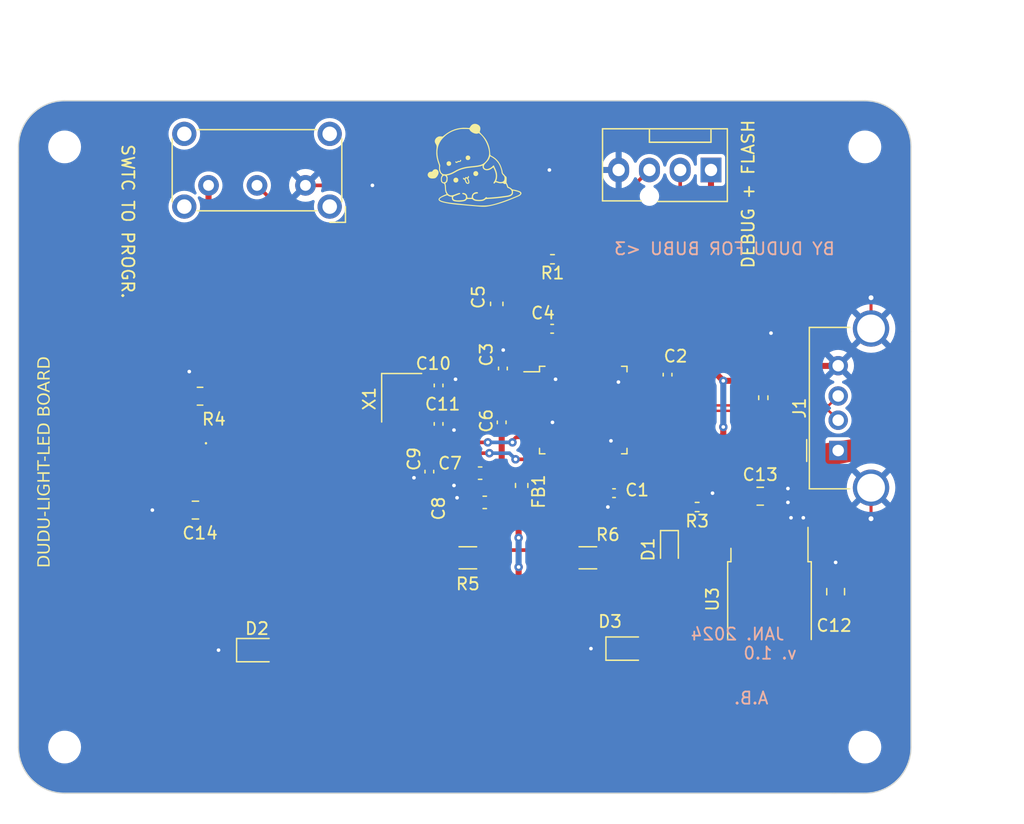
<source format=kicad_pcb>
(kicad_pcb (version 20221018) (generator pcbnew)
  (layers (0 "F.Cu" signal) (31 "B.Cu" power) (34 "B.Paste" user) (35 "F.Paste" user) (36 "B.SilkS" user "B.Silkscreen") (37 "F.SilkS" user "F.Silkscreen") (38 "B.Mask" user) (39 "F.Mask" user) (44 "Edge.Cuts" user))
  (net 0 "")
  (net 1 "/HSE_IN")
  (net 2 "/HSE_OUT")
  (net 3 "+3.3V")
  (net 4 "+3.3VA")
  (net 5 "/NRST")
  (net 6 "/PWR_LED_KATH")
  (net 7 "VBUS")
  (net 8 "/USB-")
  (net 9 "/USB+")
  (net 10 "GND")
  (net 11 "/SENS_AN_SIGNAL")
  (net 12 "/SWDIO")
  (net 13 "/SWCLK")
  (net 15 "/SW_BOOT0")
  (net 16 "/BOOT0")
  (net 44 "/LED1 ANODE")
  (net 45 "/LED2 ANODE")
  (net 46 "/DGT OUT LED1")
  (net 47 "/DGT OUT LED2")
  (footprint "Capacitor_SMD:C_0402_1005Metric" (layer "F.Cu") (at 108.839 85.725 180)
    (fp_text reference "C1" (at -1.905 0.254) (layer "F.SilkS"))
    (fp_text value "100n")
    (pad "1" smd roundrect (at -0.48 0 180) (size 0.56 0.62) (layers "F.Cu" "F.Paste" "F.Mask") (net 3 "+3.3V"))
    (pad "2" smd roundrect (at 0.48 0 180) (size 0.56 0.62) (layers "F.Cu" "F.Paste" "F.Mask") (net 10 "GND"))
  )
  (footprint "Connector_USB:USB_A_Molex_67643_Horizontal" (layer "F.Cu") (at 127.338 82.206 90)
    (fp_text reference "J1" (at 3.5 -3.19 90) (layer "F.SilkS"))
    (fp_text value "USB_A")
    (pad "1" thru_hole rect (at 0 0 90) (size 1.6 1.5) (drill 0.95) (layers "*.Cu" "*.Mask") (net 7 "VBUS"))
    (pad "2" thru_hole circle (at 2.5 0 90) (size 1.6 1.6) (drill 0.95) (layers "*.Cu" "*.Mask") (net 8 "/USB-"))
    (pad "3" thru_hole circle (at 4.5 0 90) (size 1.6 1.6) (drill 0.95) (layers "*.Cu" "*.Mask") (net 9 "/USB+"))
    (pad "4" thru_hole circle (at 7 0 90) (size 1.6 1.6) (drill 0.95) (layers "*.Cu" "*.Mask") (net 10 "GND"))
    (pad "5" thru_hole circle (at -3.07 2.71 90) (size 3 3) (drill 2.3) (layers "*.Cu" "*.Mask") (net 10 "GND"))
    (pad "5" thru_hole circle (at 10.07 2.71 90) (size 3 3) (drill 2.3) (layers "*.Cu" "*.Mask") (net 10 "GND"))
  )
  (footprint "Capacitor_SMD:C_0805_2012Metric" (layer "F.Cu") (at 120.904 85.979)
    (fp_text reference "C13" (at 0 -1.778) (layer "F.SilkS"))
    (fp_text value "22u")
    (pad "1" smd roundrect (at -0.95 0) (size 1 1.45) (layers "F.Cu" "F.Paste" "F.Mask") (net 7 "VBUS"))
    (pad "2" smd roundrect (at 0.95 0) (size 1 1.45) (layers "F.Cu" "F.Paste" "F.Mask") (net 10 "GND"))
  )
  (footprint "Capacitor_SMD:C_0603_1608Metric" (layer "F.Cu") (at 98.171 86.487 180)
    (fp_text reference "C8" (at 3.81 -0.508 90) (layer "F.SilkS"))
    (fp_text value "1u")
    (pad "1" smd roundrect (at -0.775 0 180) (size 0.9 0.95) (layers "F.Cu" "F.Paste" "F.Mask") (net 3 "+3.3V"))
    (pad "2" smd roundrect (at 0.775 0 180) (size 0.9 0.95) (layers "F.Cu" "F.Paste" "F.Mask") (net 10 "GND"))
  )
  (footprint "Button_Switch_THT:SW_E-Switch_EG1224_SPDT_Angled" (layer "F.Cu") (at 83.375 60.325 180)
    (fp_text reference "SW1" hide)
    (fp_text value "SW_SPDT")
    (pad "" thru_hole circle (at -2 -1.75 180) (size 2 2) (drill 1.2) (layers "*.Cu" "*.Mask"))
    (pad "" thru_hole circle (at -2 4.25 180) (size 2 2) (drill 1.2) (layers "*.Cu" "*.Mask"))
    (pad "" thru_hole circle (at 10 -1.75 180) (size 2 2) (drill 1.2) (layers "*.Cu" "*.Mask"))
    (pad "" thru_hole circle (at 10 4.25 180) (size 2 2) (drill 1.2) (layers "*.Cu" "*.Mask"))
    (pad "1" thru_hole circle (at 0 0 180) (size 1.7 1.7) (drill 0.9) (layers "*.Cu" "*.Mask") (net 10 "GND"))
    (pad "2" thru_hole circle (at 4 0 180) (size 1.7 1.7) (drill 0.9) (layers "*.Cu" "*.Mask") (net 15 "/SW_BOOT0"))
    (pad "3" thru_hole circle (at 8 0 180) (size 1.7 1.7) (drill 0.9) (layers "*.Cu" "*.Mask") (net 3 "+3.3V"))
  )
  (footprint "LOGO" (layer "F.Cu") (at 97.3328 58.674)
    (fp_text reference "G***" hide)
    (fp_text value "LOGO" hide)
  )
  (footprint "Resistor_SMD:R_1206_3216Metric" (layer "F.Cu") (at 106.68 91.059)
    (fp_text reference "R6" (at 1.651 -1.905) (layer "F.SilkS"))
    (fp_text value "100R")
    (pad "1" smd roundrect (at -1.4625 0) (size 1.125 1.75) (layers "F.Cu" "F.Paste" "F.Mask") (roundrect_rratio 0.2222222222) (net 47 "/DGT OUT LED2"))
    (pad "2" smd roundrect (at 1.4625 0) (size 1.125 1.75) (layers "F.Cu" "F.Paste" "F.Mask") (roundrect_rratio 0.2222222222) (net 45 "/LED2 ANODE"))
  )
  (footprint "Capacitor_SMD:C_0402_1005Metric" (layer "F.Cu") (at 99.568 79.883 90)
    (fp_text reference "C6" (at 0.127 -1.27 90) (layer "F.SilkS"))
    (fp_text value "10n")
    (pad "1" smd roundrect (at -0.48 0 90) (size 0.56 0.62) (layers "F.Cu" "F.Paste" "F.Mask") (net 4 "+3.3VA"))
    (pad "2" smd roundrect (at 0.48 0 90) (size 0.56 0.62) (layers "F.Cu" "F.Paste" "F.Mask") (net 10 "GND"))
  )
  (footprint "Resistor_SMD:R_1206_3216Metric" (layer "F.Cu") (at 96.774 91.059 180)
    (fp_text reference "R5" (at 0 -2.159) (layer "F.SilkS"))
    (fp_text value "100R")
    (pad "1" smd roundrect (at -1.4625 0 180) (size 1.125 1.75) (layers "F.Cu" "F.Paste" "F.Mask") (roundrect_rratio 0.2222222222) (net 46 "/DGT OUT LED1"))
    (pad "2" smd roundrect (at 1.4625 0 180) (size 1.125 1.75) (layers "F.Cu" "F.Paste" "F.Mask") (roundrect_rratio 0.2222222222) (net 44 "/LED1 ANODE"))
  )
  (footprint "MountingHole:MountingHole_2.2mm_M2" (layer "F.Cu") (at 129.54 106.68)
    (fp_text reference "H3")
    (fp_text value "MountingHole")
    (pad "" np_thru_hole circle (at 0 0) (size 2.2 2.2) (drill 2.2) (layers "*.Cu" "*.Mask"))
  )
  (footprint "Capacitor_SMD:C_0402_1005Metric" (layer "F.Cu") (at 103.733 72.1614)
    (fp_text reference "C4" (at -0.762 -1.2954) (layer "F.SilkS"))
    (fp_text value "100n")
    (pad "1" smd roundrect (at -0.48 0) (size 0.56 0.62) (layers "F.Cu" "F.Paste" "F.Mask") (net 3 "+3.3V"))
    (pad "2" smd roundrect (at 0.48 0) (size 0.56 0.62) (layers "F.Cu" "F.Paste" "F.Mask") (net 10 "GND"))
  )
  (footprint "Capacitor_SMD:C_0402_1005Metric" (layer "F.Cu") (at 99.669 75.438 90)
    (fp_text reference "C3" (at 1.143 -1.371 90) (layer "F.SilkS"))
    (fp_text value "100n")
    (pad "1" smd roundrect (at -0.48 0 90) (size 0.56 0.62) (layers "F.Cu" "F.Paste" "F.Mask") (net 3 "+3.3V"))
    (pad "2" smd roundrect (at 0.48 0 90) (size 0.56 0.62) (layers "F.Cu" "F.Paste" "F.Mask") (net 10 "GND"))
  )
  (footprint "Package_TO_SOT_SMD:TO-252-3_TabPin2" (layer "F.Cu") (at 121.666 94.693 -90)
    (fp_text reference "U3" (at -0.214 4.699 -90) (layer "F.SilkS"))
    (fp_text value "AMS1117CD-3.3")
    (pad "1" smd roundrect (at -5.04 -2.28 270) (size 2.2 1.2) (layers "F.Cu" "F.Paste" "F.Mask") (roundrect_rratio 0.2083333333) (net 10 "GND"))
    (pad "2" smd roundrect (at -5.04 0 270) (size 2.2 1.2) (layers "F.Cu" "F.Paste" "F.Mask") (roundrect_rratio 0.2083333333) (net 3 "+3.3V"))
    (pad "2" smd roundrect (at -0.415 -1.525 270) (size 3.05 2.75) (layers "F.Cu" "F.Paste") (roundrect_rratio 0.09090909091) (net 3 "+3.3V"))
    (pad "2" smd roundrect (at -0.415 1.525 270) (size 3.05 2.75) (layers "F.Cu" "F.Paste") (roundrect_rratio 0.09090909091) (net 3 "+3.3V"))
    (pad "2" smd roundrect (at 1.26 0 270) (size 6.4 5.8) (layers "F.Cu" "F.Mask") (roundrect_rratio 0.04310293103) (net 3 "+3.3V"))
    (pad "2" smd roundrect (at 2.935 -1.525 270) (size 3.05 2.75) (layers "F.Cu" "F.Paste") (roundrect_rratio 0.09090909091) (net 3 "+3.3V"))
    (pad "2" smd roundrect (at 2.935 1.525 270) (size 3.05 2.75) (layers "F.Cu" "F.Paste") (roundrect_rratio 0.09090909091) (net 3 "+3.3V"))
    (pad "3" smd roundrect (at -5.04 2.28 270) (size 2.2 1.2) (layers "F.Cu" "F.Paste" "F.Mask") (roundrect_rratio 0.2083333333) (net 7 "VBUS"))
  )
  (footprint "Resistor_SMD:R_0805_2012Metric" (layer "F.Cu") (at 74.676 77.724 180)
    (fp_text reference "R4" (at -1.143 -1.905) (layer "F.SilkS"))
    (fp_text value "50k")
    (pad "1" smd roundrect (at -0.9125 0 180) (size 1.025 1.4) (layers "F.Cu" "F.Paste" "F.Mask") (roundrect_rratio 0.243902439) (net 11 "/SENS_AN_SIGNAL"))
    (pad "2" smd roundrect (at 0.9125 0 180) (size 1.025 1.4) (layers "F.Cu" "F.Paste" "F.Mask") (roundrect_rratio 0.243902439) (net 10 "GND"))
  )
  (footprint "LED_SMD:LED_0603_1608Metric" (layer "F.Cu") (at 113.411 90.297 -90)
    (fp_text reference "D1" (at 0.0762 1.7526 -90) (layer "F.SilkS"))
    (fp_text value "RED")
    (pad "1" smd roundrect (at -0.7875 0 270) (size 0.875 0.95) (layers "F.Cu" "F.Paste" "F.Mask") (net 6 "/PWR_LED_KATH"))
    (pad "2" smd roundrect (at 0.7875 0 270) (size 0.875 0.95) (layers "F.Cu" "F.Paste" "F.Mask") (net 3 "+3.3V"))
  )
  (footprint "Connector:FanPinHeader_1x04_P2.54mm_Vertical" (layer "F.Cu") (at 116.84 59.055 180)
    (fp_text reference "J2" hide)
    (fp_text value "Conn_01x04_Pin")
    (pad "" np_thru_hole circle (at 5.08 -2.16 270) (size 1.1 1.1) (drill 1.1) (layers "*.Cu" "*.Mask"))
    (pad "1" thru_hole rect (at 0 0 270) (size 2.03 1.73) (drill 1.02) (layers "*.Cu" "*.Mask") (net 3 "+3.3V"))
    (pad "2" thru_hole oval (at 2.54 0 270) (size 2.03 1.73) (drill 1.02) (layers "*.Cu" "*.Mask") (net 12 "/SWDIO"))
    (pad "3" thru_hole oval (at 5.08 0 270) (size 2.03 1.73) (drill 1.02) (layers "*.Cu" "*.Mask") (net 13 "/SWCLK"))
    (pad "4" thru_hole oval (at 7.62 0 270) (size 2.03 1.73) (drill 1.02) (layers "*.Cu" "*.Mask") (net 10 "GND"))
  )
  (footprint "MountingHole:MountingHole_2.2mm_M2" (layer "F.Cu") (at 63.5 57.15)
    (fp_text reference "H1")
    (fp_text value "MountingHole")
    (pad "" np_thru_hole circle (at 0 0) (size 2.2 2.2) (drill 2.2) (layers "*.Cu" "*.Mask"))
  )
  (footprint "Capacitor_SMD:C_0805_2012Metric" (layer "F.Cu") (at 127.127 93.853 90)
    (fp_text reference "C12" (at -2.794 -0.127) (layer "F.SilkS"))
    (fp_text value "22u")
    (pad "1" smd roundrect (at -0.95 0 90) (size 1 1.45) (layers "F.Cu" "F.Paste" "F.Mask") (net 3 "+3.3V"))
    (pad "2" smd roundrect (at 0.95 0 90) (size 1 1.45) (layers "F.Cu" "F.Paste" "F.Mask") (net 10 "GND"))
  )
  (footprint "Capacitor_SMD:C_0402_1005Metric" (layer "F.Cu") (at 94.361 80.01 -90)
    (fp_text reference "C11" (at -1.6256 -0.3302) (layer "F.SilkS"))
    (fp_text value "8p")
    (pad "1" smd roundrect (at -0.48 0 270) (size 0.56 0.62) (layers "F.Cu" "F.Paste" "F.Mask") (net 2 "/HSE_OUT"))
    (pad "2" smd roundrect (at 0.48 0 270) (size 0.56 0.62) (layers "F.Cu" "F.Paste" "F.Mask") (net 10 "GND"))
  )
  (footprint "MountingHole:MountingHole_2.2mm_M2" (layer "F.Cu") (at 129.54 57.15)
    (fp_text reference "H2")
    (fp_text value "MountingHole")
    (pad "" np_thru_hole circle (at 0 0) (size 2.2 2.2) (drill 2.2) (layers "*.Cu" "*.Mask"))
  )
  (footprint "Capacitor_SMD:C_0402_1005Metric" (layer "F.Cu") (at 94.361 76.835 90)
    (fp_text reference "C10" (at 1.8034 -0.4318 180) (layer "F.SilkS"))
    (fp_text value "8p")
    (pad "1" smd roundrect (at -0.48 0 90) (size 0.56 0.62) (layers "F.Cu" "F.Paste" "F.Mask") (net 1 "/HSE_IN"))
    (pad "2" smd roundrect (at 0.48 0 90) (size 0.56 0.62) (layers "F.Cu" "F.Paste" "F.Mask") (net 10 "GND"))
  )
  (footprint "LED_SMD:LED_0805_2012Metric" (layer "F.Cu") (at 79.375 98.679)
    (fp_text reference "D2" (at 0 -1.778) (layer "F.SilkS"))
    (fp_text value "LED")
    (pad "1" smd roundrect (at -0.9375 0) (size 0.975 1.4) (layers "F.Cu" "F.Paste" "F.Mask") (net 10 "GND"))
    (pad "2" smd roundrect (at 0.9375 0) (size 0.975 1.4) (layers "F.Cu" "F.Paste" "F.Mask") (net 44 "/LED1 ANODE"))
  )
  (footprint "Capacitor_SMD:C_0805_2012Metric" (layer "F.Cu") (at 74.295 87.122 180)
    (fp_text reference "C14" (at -0.381 -1.905) (layer "F.SilkS"))
    (fp_text value "22u")
    (pad "1" smd roundrect (at -0.95 0 180) (size 1 1.45) (layers "F.Cu" "F.Paste" "F.Mask") (net 11 "/SENS_AN_SIGNAL"))
    (pad "2" smd roundrect (at 0.95 0 180) (size 1 1.45) (layers "F.Cu" "F.Paste" "F.Mask") (net 10 "GND"))
  )
  (footprint "Capacitor_SMD:C_0402_1005Metric" (layer "F.Cu") (at 113.258 75.946 -90)
    (fp_text reference "C2" (at -1.524 -0.661 -180) (layer "F.SilkS"))
    (fp_text value "100n")
    (pad "1" smd roundrect (at -0.48 0 270) (size 0.56 0.62) (layers "F.Cu" "F.Paste" "F.Mask") (net 3 "+3.3V"))
    (pad "2" smd roundrect (at 0.48 0 270) (size 0.56 0.62) (layers "F.Cu" "F.Paste" "F.Mask") (net 10 "GND"))
  )
  (footprint "MountingHole:MountingHole_2.2mm_M2" (layer "F.Cu") (at 63.5 106.68)
    (fp_text reference "H4")
    (fp_text value "MountingHole")
    (pad "" np_thru_hole circle (at 0 0) (size 2.2 2.2) (drill 2.2) (layers "*.Cu" "*.Mask"))
  )
  (footprint "LED_SMD:LED_0805_2012Metric" (layer "F.Cu") (at 109.855 98.552)
    (fp_text reference "D3" (at -1.3462 -2.2352) (layer "F.SilkS"))
    (fp_text value "LED")
    (pad "1" smd roundrect (at -0.9375 0) (size 0.975 1.4) (layers "F.Cu" "F.Paste" "F.Mask") (net 10 "GND"))
    (pad "2" smd roundrect (at 0.9375 0) (size 0.975 1.4) (layers "F.Cu" "F.Paste" "F.Mask") (net 45 "/LED2 ANODE"))
  )
  (footprint "Resistor_SMD:R_0402_1005Metric" (layer "F.Cu") (at 115.699 86.868 180)
    (fp_text reference "R3" (at 0 -1.17) (layer "F.SilkS"))
    (fp_text value "1k5")
    (pad "1" smd roundrect (at -0.51 0 180) (size 0.54 0.64) (layers "F.Cu" "F.Paste" "F.Mask") (net 10 "GND"))
    (pad "2" smd roundrect (at 0.51 0 180) (size 0.54 0.64) (layers "F.Cu" "F.Paste" "F.Mask") (net 6 "/PWR_LED_KATH"))
  )
  (footprint "Resistor_SMD:R_0402_1005Metric" (layer "F.Cu") (at 121.158 77.849 -90)
    (fp_text reference "R2" hide)
    (fp_text value "1k5")
    (pad "1" smd roundrect (at -0.51 0 270) (size 0.54 0.64) (layers "F.Cu" "F.Paste" "F.Mask") (net 3 "+3.3V"))
    (pad "2" smd roundrect (at 0.51 0 270) (size 0.54 0.64) (layers "F.Cu" "F.Paste" "F.Mask") (net 9 "/USB+"))
  )
  (footprint "Resistor_SMD:R_0402_1005Metric" (layer "F.Cu") (at 103.759 66.421)
    (fp_text reference "R1" (at 0 1.143) (layer "F.SilkS"))
    (fp_text value "10k")
    (pad "1" smd roundrect (at -0.51 0) (size 0.54 0.64) (layers "F.Cu" "F.Paste" "F.Mask") (net 15 "/SW_BOOT0"))
    (pad "2" smd roundrect (at 0.51 0) (size 0.54 0.64) (layers "F.Cu" "F.Paste" "F.Mask") (net 16 "/BOOT0"))
  )
  (footprint "Crystal:Crystal_SMD_3225-4Pin_3.2x2.5mm" (layer "F.Cu") (at 91.313 77.851 -90)
    (fp_text reference "X1" (at 0.0762 2.667 -90) (layer "F.SilkS"))
    (fp_text value "16 MHz 8pF")
    (pad "1" smd rect (at -1.1 0.85 270) (size 1.4 1.2) (layers "F.Cu" "F.Paste" "F.Mask") (net 1 "/HSE_IN"))
    (pad "2" smd rect (at 1.1 0.85 270) (size 1.4 1.2) (layers "F.Cu" "F.Paste" "F.Mask") (net 10 "GND"))
    (pad "3" smd rect (at 1.1 -0.85 270) (size 1.4 1.2) (layers "F.Cu" "F.Paste" "F.Mask") (net 2 "/HSE_OUT"))
    (pad "4" smd rect (at -1.1 -0.85 270) (size 1.4 1.2) (layers "F.Cu" "F.Paste" "F.Mask") (net 10 "GND"))
  )
  (footprint "Capacitor_SMD:C_0603_1608Metric" (layer "F.Cu") (at 97.79 84.074 180)
    (fp_text reference "C7" (at 2.4892 0.8128 180) (layer "F.SilkS"))
    (fp_text value "1u")
    (pad "1" smd roundrect (at -0.775 0 180) (size 0.9 0.95) (layers "F.Cu" "F.Paste" "F.Mask") (net 4 "+3.3VA"))
    (pad "2" smd roundrect (at 0.775 0 180) (size 0.9 0.95) (layers "F.Cu" "F.Paste" "F.Mask") (net 10 "GND"))
  )
  (footprint "SamacSys_Parts:ALSPDIC1521BTR8" (layer "F.Cu") (at 73.914 83.058)
    (fp_text reference "IC1" hide)
    (fp_text value "ALS-PDIC15-21B_TR8" hide)
    (pad "1" smd rect (at 1.25 -0.55 90) (size 0.7 0.9) (layers "F.Cu" "F.Paste" "F.Mask") (net 3 "+3.3V"))
    (pad "2" smd rect (at 1.25 0.55 90) (size 0.7 0.9) (layers "F.Cu" "F.Paste" "F.Mask") (net 11 "/SENS_AN_SIGNAL"))
    (pad "3" smd rect (at -1.25 -0.55 90) (size 0.7 0.9) (layers "F.Cu" "F.Paste" "F.Mask") (net 10 "GND"))
    (pad "4" smd rect (at -1.25 0.55 90) (size 0.7 0.9) (layers "F.Cu" "F.Paste" "F.Mask") (net 10 "GND"))
  )
  (footprint "Capacitor_SMD:C_0402_1005Metric" (layer "F.Cu") (at 93.599 83.947 -90)
    (fp_text reference "C9" (at -1.0414 1.27 -90) (layer "F.SilkS"))
    (fp_text value "100n")
    (pad "1" smd roundrect (at -0.48 0 270) (size 0.56 0.62) (layers "F.Cu" "F.Paste" "F.Mask") (net 5 "/NRST"))
    (pad "2" smd roundrect (at 0.48 0 270) (size 0.56 0.62) (layers "F.Cu" "F.Paste" "F.Mask") (net 10 "GND"))
  )
  (footprint "Capacitor_SMD:C_0603_1608Metric" (layer "F.Cu") (at 99.161 70.104 90)
    (fp_text reference "C5" (at 0.5588 -1.5234 90) (layer "F.SilkS"))
    (fp_text value "10u")
    (pad "1" smd roundrect (at -0.775 0 90) (size 0.9 0.95) (layers "F.Cu" "F.Paste" "F.Mask") (net 3 "+3.3V"))
    (pad "2" smd roundrect (at 0.775 0 90) (size 0.9 0.95) (layers "F.Cu" "F.Paste" "F.Mask") (net 10 "GND"))
  )
  (footprint "Package_QFP:LQFP-48_7x7mm_P0.5mm" (layer "F.Cu") (at 106.299 78.867)
    (fp_text reference "U2" hide)
    (fp_text value "STM32F103C8T6")
    (pad "1" smd roundrect (at -4.1625 -2.75) (size 1.475 0.3) (layers "F.Cu" "F.Paste" "F.Mask") (net 3 "+3.3V"))
    (pad "2" smd roundrect (at -4.1625 -2.25) (size 1.475 0.3) (layers "F.Cu" "F.Paste" "F.Mask"))
    (pad "3" smd roundrect (at -4.1625 -1.75) (size 1.475 0.3) (layers "F.Cu" "F.Paste" "F.Mask"))
    (pad "4" smd roundrect (at -4.1625 -1.25) (size 1.475 0.3) (layers "F.Cu" "F.Paste" "F.Mask"))
    (pad "5" smd roundrect (at -4.1625 -0.75) (size 1.475 0.3) (layers "F.Cu" "F.Paste" "F.Mask") (net 1 "/HSE_IN"))
    (pad "6" smd roundrect (at -4.1625 -0.25) (size 1.475 0.3) (layers "F.Cu" "F.Paste" "F.Mask") (net 2 "/HSE_OUT"))
    (pad "7" smd roundrect (at -4.1625 0.25) (size 1.475 0.3) (layers "F.Cu" "F.Paste" "F.Mask") (net 5 "/NRST"))
    (pad "8" smd roundrect (at -4.1625 0.75) (size 1.475 0.3) (layers "F.Cu" "F.Paste" "F.Mask") (net 10 "GND"))
    (pad "9" smd roundrect (at -4.1625 1.25) (size 1.475 0.3) (layers "F.Cu" "F.Paste" "F.Mask") (net 4 "+3.3VA"))
    (pad "10" smd roundrect (at -4.1625 1.75) (size 1.475 0.3) (layers "F.Cu" "F.Paste" "F.Mask"))
    (pad "11" smd roundrect (at -4.1625 2.25) (size 1.475 0.3) (layers "F.Cu" "F.Paste" "F.Mask") (net 11 "/SENS_AN_SIGNAL"))
    (pad "12" smd roundrect (at -4.1625 2.75) (size 1.475 0.3) (layers "F.Cu" "F.Paste" "F.Mask"))
    (pad "13" smd roundrect (at -2.75 4.1625) (size 0.3 1.475) (layers "F.Cu" "F.Paste" "F.Mask"))
    (pad "14" smd roundrect (at -2.25 4.1625) (size 0.3 1.475) (layers "F.Cu" "F.Paste" "F.Mask"))
    (pad "15" smd roundrect (at -1.75 4.1625) (size 0.3 1.475) (layers "F.Cu" "F.Paste" "F.Mask"))
    (pad "16" smd roundrect (at -1.25 4.1625) (size 0.3 1.475) (layers "F.Cu" "F.Paste" "F.Mask"))
    (pad "17" smd roundrect (at -0.75 4.1625) (size 0.3 1.475) (layers "F.Cu" "F.Paste" "F.Mask"))
    (pad "18" smd roundrect (at -0.25 4.1625) (size 0.3 1.475) (layers "F.Cu" "F.Paste" "F.Mask") (net 46 "/DGT OUT LED1"))
    (pad "19" smd roundrect (at 0.25 4.1625) (size 0.3 1.475) (layers "F.Cu" "F.Paste" "F.Mask") (net 47 "/DGT OUT LED2"))
    (pad "20" smd roundrect (at 0.75 4.1625) (size 0.3 1.475) (layers "F.Cu" "F.Paste" "F.Mask"))
    (pad "21" smd roundrect (at 1.25 4.1625) (size 0.3 1.475) (layers "F.Cu" "F.Paste" "F.Mask"))
    (pad "22" smd roundrect (at 1.75 4.1625) (size 0.3 1.475) (layers "F.Cu" "F.Paste" "F.Mask"))
    (pad "23" smd roundrect (at 2.25 4.1625) (size 0.3 1.475) (layers "F.Cu" "F.Paste" "F.Mask") (net 10 "GND"))
    (pad "24" smd roundrect (at 2.75 4.1625) (size 0.3 1.475) (layers "F.Cu" "F.Paste" "F.Mask") (net 3 "+3.3V"))
    (pad "25" smd roundrect (at 4.1625 2.75) (size 1.475 0.3) (layers "F.Cu" "F.Paste" "F.Mask"))
    (pad "26" smd roundrect (at 4.1625 2.25) (size 1.475 0.3) (layers "F.Cu" "F.Paste" "F.Mask"))
    (pad "27" smd roundrect (at 4.1625 1.75) (size 1.475 0.3) (layers "F.Cu" "F.Paste" "F.Mask"))
    (pad "28" smd roundrect (at 4.1625 1.25) (size 1.475 0.3) (layers "F.Cu" "F.Paste" "F.Mask"))
    (pad "29" smd roundrect (at 4.1625 0.75) (size 1.475 0.3) (layers "F.Cu" "F.Paste" "F.Mask"))
    (pad "30" smd roundrect (at 4.1625 0.25) (size 1.475 0.3) (layers "F.Cu" "F.Paste" "F.Mask"))
    (pad "31" smd roundrect (at 4.1625 -0.25) (size 1.475 0.3) (layers "F.Cu" "F.Paste" "F.Mask"))
    (pad "32" smd roundrect (at 4.1625 -0.75) (size 1.475 0.3) (layers "F.Cu" "F.Paste" "F.Mask") (net 8 "/USB-"))
    (pad "33" smd roundrect (at 4.1625 -1.25) (size 1.475 0.3) (layers "F.Cu" "F.Paste" "F.Mask") (net 9 "/USB+"))
    (pad "34" smd roundrect (at 4.1625 -1.75) (size 1.475 0.3) (layers "F.Cu" "F.Paste" "F.Mask") (net 12 "/SWDIO"))
    (pad "35" smd roundrect (at 4.1625 -2.25) (size 1.475 0.3) (layers "F.Cu" "F.Paste" "F.Mask") (net 10 "GND"))
    (pad "36" smd roundrect (at 4.1625 -2.75) (size 1.475 0.3) (layers "F.Cu" "F.Paste" "F.Mask") (net 3 "+3.3V"))
    (pad "37" smd roundrect (at 2.75 -4.1625) (size 0.3 1.475) (layers "F.Cu" "F.Paste" "F.Mask") (net 13 "/SWCLK"))
    (pad "38" smd roundrect (at 2.25 -4.1625) (size 0.3 1.475) (layers "F.Cu" "F.Paste" "F.Mask"))
    (pad "39" smd roundrect (at 1.75 -4.1625) (size 0.3 1.475) (layers "F.Cu" "F.Paste" "F.Mask"))
    (pad "40" smd roundrect (at 1.25 -4.1625) (size 0.3 1.475) (layers "F.Cu" "F.Paste" "F.Mask"))
    (pad "41" smd roundrect (at 0.75 -4.1625) (size 0.3 1.475) (layers "F.Cu" "F.Paste" "F.Mask"))
    (pad "42" smd roundrect (at 0.25 -4.1625) (size 0.3 1.475) (layers "F.Cu" "F.Paste" "F.Mask"))
    (pad "43" smd roundrect (at -0.25 -4.1625) (size 0.3 1.475) (layers "F.Cu" "F.Paste" "F.Mask"))
    (pad "44" smd roundrect (at -0.75 -4.1625) (size 0.3 1.475) (layers "F.Cu" "F.Paste" "F.Mask") (net 16 "/BOOT0"))
    (pad "45" smd roundrect (at -1.25 -4.1625) (size 0.3 1.475) (layers "F.Cu" "F.Paste" "F.Mask"))
    (pad "46" smd roundrect (at -1.75 -4.1625) (size 0.3 1.475) (layers "F.Cu" "F.Paste" "F.Mask"))
    (pad "47" smd roundrect (at -2.25 -4.1625) (size 0.3 1.475) (layers "F.Cu" "F.Paste" "F.Mask") (net 10 "GND"))
    (pad "48" smd roundrect (at -2.75 -4.1625) (size 0.3 1.475) (layers "F.Cu" "F.Paste" "F.Mask") (net 3 "+3.3V"))
  )
  (footprint "Inductor_SMD:L_0603_1608Metric" (layer "F.Cu") (at 101.219 85.09 -90)
    (fp_text reference "FB1" (at 0.508 -1.397 -90) (layer "F.SilkS"))
    (fp_text value "120R")
    (pad "1" smd roundrect (at -0.7875 0 270) (size 0.875 0.95) (layers "F.Cu" "F.Paste" "F.Mask") (net 4 "+3.3VA"))
    (pad "2" smd roundrect (at 0.7875 0 270) (size 0.875 0.95) (layers "F.Cu" "F.Paste" "F.Mask") (net 3 "+3.3V"))
  )
  (gr_line (start 133.35 72.39) (end 133.35 106.68) (stroke (width 0.1)) (layer "Edge.Cuts"))
  (gr_line (start 127 110.49) (end 128.27 110.49) (stroke (width 0.1)) (layer "Edge.Cuts"))
  (gr_line (start 63.5 53.34) (end 128.27 53.34) (stroke (width 0.1)) (layer "Edge.Cuts"))
  (gr_arc (start 63.5 110.49) (mid 60.805923 109.374077) (end 59.69 106.68) (stroke (width 0.1)) (layer "Edge.Cuts"))
  (gr_line (start 129.54 110.49) (end 128.27 110.49) (stroke (width 0.1)) (layer "Edge.Cuts"))
  (gr_arc (start 129.54 53.34) (mid 132.234077 54.455923) (end 133.35 57.15) (stroke (width 0.1)) (layer "Edge.Cuts"))
  (gr_arc (start 133.35 106.68) (mid 132.234077 109.374077) (end 129.54 110.49) (stroke (width 0.1)) (layer "Edge.Cuts"))
  (gr_line (start 128.27 53.34) (end 129.54 53.34) (stroke (width 0.1)) (layer "Edge.Cuts"))
  (gr_line (start 59.69 58.42) (end 59.69 57.15) (stroke (width 0.1)) (layer "Edge.Cuts"))
  (gr_line (start 127 110.49) (end 63.5 110.49) (stroke (width 0.1)) (layer "Edge.Cuts"))
  (gr_arc (start 59.69 57.15) (mid 60.805923 54.455923) (end 63.5 53.34) (stroke (width 0.1)) (layer "Edge.Cuts"))
  (gr_line (start 133.35 72.39) (end 133.35 57.15) (stroke (width 0.1)) (layer "Edge.Cuts"))
  (gr_line (start 59.69 106.68) (end 59.69 58.42) (stroke (width 0.1)) (layer "Edge.Cuts"))
  (gr_text "A.B." (at 121.666 103.2256) (layer "B.SilkS") (effects (font (size 1 1)) (justify left bottom mirror)))
  (gr_text "BY DUDU FOR BUBU <3" (at 127.1524 66.1416) (layer "B.SilkS") (effects (font (size 1 1)) (justify left bottom mirror)))
  (gr_text "JAN. 2024" (at 122.9868 97.9424) (layer "B.SilkS") (effects (font (size 1 1)) (justify left bottom mirror)))
  (gr_text "v. 1.0" (at 124.0028 99.5172) (layer "B.SilkS") (effects (font (size 1 1)) (justify left bottom mirror)))
  (gr_text "SWTC TO PROGR." (at 68.1228 56.8452 -90) (layer "F.SilkS") (effects (font (size 1 1)) (justify left bottom)))
  (gr_text "DEBUG + FLASH" (at 120.4976 67.2592 90) (layer "F.SilkS") (effects (font (size 1 1)) (justify left bottom)))
  (gr_text "DUDU-LIGHT-LED BOARD" (at 62.4332 91.8972 90) (layer "F.SilkS") (effects (font (size 1 1)) (justify left bottom)))
  (segment (start 94.361 77.315) (end 93.474 77.315) (width 0.3) (layer "F.Cu") (net 1))
  (segment (start 102.1365 78.117) (end 100.697 78.117) (width 0.3) (layer "F.Cu") (net 1))
  (segment (start 91.287 77.851) (end 90.463 77.027) (width 0.3) (layer "F.Cu") (net 1))
  (segment (start 100.697 78.117) (end 99.895 77.315) (width 0.3) (layer "F.Cu") (net 1))
  (segment (start 92.938 77.851) (end 91.287 77.851) (width 0.3) (layer "F.Cu") (net 1))
  (segment (start 93.474 77.315) (end 92.938 77.851) (width 0.3) (layer "F.Cu") (net 1))
  (segment (start 99.895 77.315) (end 94.361 77.315) (width 0.3) (layer "F.Cu") (net 1))
  (segment (start 90.463 77.027) (end 90.463 76.751) (width 0.3) (layer "F.Cu") (net 1))
  (segment (start 98.784 78.617) (end 97.8 79.601) (width 0.3) (layer "F.Cu") (net 2))
  (segment (start 102.1365 78.617) (end 98.784 78.617) (width 0.3) (layer "F.Cu") (net 2))
  (segment (start 94.361 79.601) (end 92.813 79.601) (width 0.3) (layer "F.Cu") (net 2))
  (segment (start 92.813 79.601) (end 92.163 78.951) (width 0.3) (layer "F.Cu") (net 2))
  (segment (start 97.8 79.601) (end 94.361 79.601) (width 0.3) (layer "F.Cu") (net 2))
  (segment (start 127.127 94.803) (end 129.982 94.803) (width 0.5) (layer "F.Cu") (net 3))
  (segment (start 99.568 88.392) (end 90.678 88.392) (width 0.5) (layer "F.Cu") (net 3))
  (segment (start 70.472 70.879) (end 72.39 70.879) (width 0.5) (layer "F.Cu") (net 3))
  (segment (start 113.411 93.726) (end 113.411 91.0845) (width 0.5) (layer "F.Cu") (net 3))
  (segment (start 99.669 75.918) (end 97.622 75.918) (width 0.5) (layer "F.Cu") (net 3))
  (segment (start 87.884 85.598) (end 82.296 91.186) (width 0.5) (layer "F.Cu") (net 3))
  (segment (start 116.84 75.438) (end 116.84 59.055) (width 0.5) (layer "F.Cu") (net 3))
  (segment (start 110.236 88.519) (end 109.319 87.602) (width 0.5) (layer "F.Cu") (net 3))
  (segment (start 109.049 83.0295) (end 109.049 84.056) (width 0.3) (layer "F.Cu") (net 3))
  (segment (start 100.965 86.1315) (end 101.219 85.8775) (width 0.5) (layer "F.Cu") (net 3))
  (segment (start 102.4884 72.1614) (end 101.206 70.879) (width 0.5) (layer "F.Cu") (net 3))
  (segment (start 84.794 82.508) (end 75.164 82.508) (width 0.5) (layer "F.Cu") (net 3))
  (segment (start 100.53 75.847) (end 99.568 75.847) (width 0.3) (layer "F.Cu") (net 3))
  (segment (start 113.411 93.726) (end 112.268 93.726) (width 0.5) (layer "F.Cu") (net 3))
  (segment (start 103.253 72.1614) (end 102.4884 72.1614) (width 0.5) (layer "F.Cu") (net 3))
  (segment (start 117.856 76.454) (end 120.273 76.454) (width 0.5) (layer "F.Cu") (net 3))
  (segment (start 103.549 73.603) (end 103.253 73.307) (width 0.3) (layer "F.Cu") (net 3))
  (segment (start 109.321 84.328) (end 109.319 84.33) (width 0.3) (layer "F.Cu") (net 3))
  (segment (start 102.1365 76.117) (end 100.856 76.117) (width 0.3) (layer "F.Cu") (net 3))
  (segment (start 103.253 73.307) (end 103.253 72.1614) (width 0.3) (layer "F.Cu") (net 3))
  (segment (start 97.622 75.918) (end 92.583 70.879) (width 0.5) (layer "F.Cu") (net 3))
  (segment (start 82.296 91.186) (end 69.977 91.186) (width 0.5) (layer "F.Cu") (net 3))
  (segment (start 130.175 100.203) (end 129.54 100.838) (width 0.5) (layer "F.Cu") (net 3))
  (segment (start 87.884 85.598) (end 84.794 82.508) (width 0.5) (layer "F.Cu") (net 3))
  (segment (start 116.84 100.838) (end 113.411 97.409) (width 0.5) (layer "F.Cu") (net 3))
  (segment (start 100.965 92.964) (end 100.965 91.821) (width 0.5) (layer "F.Cu") (net 3))
  (segment (start 112.268 93.726) (end 110.236 91.694) (width 0.5) (layer "F.Cu") (net 3))
  (segment (start 117.856 76.454) (end 116.868 75.466) (width 0.5) (layer "F.Cu") (net 3))
  (segment (start 74.041 70.879) (end 74.803 70.879) (width 0.5) (layer "F.Cu") (net 3))
  (segment (start 100.965 100.457) (end 100.965 92.964) (width 0.5) (layer "F.Cu") (net 3))
  (segment (start 72.39 70.879) (end 74.041 70.879) (width 0.5) (layer "F.Cu") (net 3))
  (segment (start 109.319 84.33) (end 109.319 85.725) (width 0.3) (layer "F.Cu") (net 3))
  (segment (start 90.678 88.392) (end 87.884 85.598) (width 0.5) (layer "F.Cu") (net 3))
  (segment (start 100.965 88.392) (end 100.965 86.1315) (width 0.5) (layer "F.Cu") (net 3))
  (segment (start 129.54 100.838) (end 116.84 100.838) (width 0.5) (layer "F.Cu") (net 3))
  (segment (start 100.856 76.117) (end 100.558 75.819) (width 0.3) (layer "F.Cu") (net 3))
  (segment (start 100.965 89.408) (end 100.965 88.392) (width 0.5) (layer "F.Cu") (net 3))
  (segment (start 130.175 94.996) (end 130.175 100.203) (width 0.5) (layer "F.Cu") (net 3))
  (segment (start 120.273 76.454) (end 121.158 77.339) (width 0.5) (layer "F.Cu") (net 3))
  (segment (start 129.982 94.803) (end 130.175 94.996) (width 0.5) (layer "F.Cu") (net 3))
  (segment (start 100.558 75.819) (end 100.53 75.847) (width 0.3) (layer "F.Cu") (net 3))
  (segment (start 117.856 80.899) (end 117.856 80.264) (width 0.5) (layer "F.Cu") (net 3))
  (segment (start 68.326 73.025) (end 70.472 70.879) (width 0.5) (layer "F.Cu") (net 3))
  (segment (start 68.326 89.535) (end 68.326 73.025) (width 0.5) (layer "F.Cu") (net 3))
  (segment (start 111.563 76.117) (end 112.214 75.466) (width 0.3) (layer "F.Cu") (net 3))
  (segment (start 75.311 70.879) (end 92.583 70.879) (width 0.5) (layer "F.Cu") (net 3))
  (segment (start 116.868 75.466) (end 113.258 75.466) (width 0.5) (layer "F.Cu") (net 3))
  (segment (start 116.868 75.466) (end 116.84 75.438) (width 0.5) (layer "F.Cu") (net 3))
  (segment (start 103.549 74.7045) (end 103.549 73.603) (width 0.3) (layer "F.Cu") (net 3))
  (segment (start 110.4615 76.117) (end 111.563 76.117) (width 0.3) (layer "F.Cu") (net 3))
  (segment (start 74.803 70.879) (end 75.311 70.879) (width 0.5) (layer "F.Cu") (net 3))
  (segment (start 109.319 87.602) (end 109.319 85.725) (width 0.5) (layer "F.Cu") (net 3))
  (segment (start 92.583 70.879) (end 99.161 70.879) (width 0.5) (layer "F.Cu") (net 3))
  (segment (start 112.214 75.466) (end 113.258 75.466) (width 0.3) (layer "F.Cu") (net 3))
  (segment (start 99.568 88.392) (end 98.946 87.77) (width 0.5) (layer "F.Cu") (net 3))
  (segment (start 110.236 88.519) (end 117.856 80.899) (width 0.5) (layer "F.Cu") (net 3))
  (segment (start 109.049 84.056) (end 109.321 84.328) (width 0.3) (layer "F.Cu") (net 3))
  (segment (start 100.965 88.392) (end 99.568 88.392) (width 0.5) (layer "F.Cu") (net 3))
  (segment (start 110.236 91.694) (end 110.236 88.519) (width 0.5) (layer "F.Cu") (net 3))
  (segment (start 101.346 100.838) (end 100.965 100.457) (width 0.5) (layer "F.Cu") (net 3))
  (segment (start 113.411 97.409) (end 113.411 93.726) (width 0.5) (layer "F.Cu") (net 3))
  (segment (start 75.375 67.894) (end 72.39 70.879) (width 0.5) (layer "F.Cu") (net 3))
  (segment (start 116.84 100.838) (end 101.346 100.838) (width 0.5) (layer "F.Cu") (net 3))
  (segment (start 101.206 70.879) (end 99.161 70.879) (width 0.5) (layer "F.Cu") (net 3))
  (segment (start 98.946 87.77) (end 98.946 86.487) (width 0.5) (layer "F.Cu") (net 3))
  (segment (start 69.977 91.186) (end 68.326 89.535) (width 0.5) (layer "F.Cu") (net 3))
  (segment (start 75.375 60.325) (end 75.375 67.894) (width 0.5) (layer "F.Cu") (net 3))
  (via (at 117.856 76.454) (size 0.7) (drill 0.3) (layers "F.Cu" "B.Cu") (net 3))
  (via (at 117.856 80.264) (size 0.7) (drill 0.3) (layers "F.Cu" "B.Cu") (net 3))
  (via (at 100.965 91.821) (size 0.7) (drill 0.3) (layers "F.Cu" "B.Cu") (net 3))
  (via (at 100.965 89.408) (size 0.7) (drill 0.3) (layers "F.Cu" "B.Cu") (net 3))
  (segment (start 100.965 91.821) (end 100.965 89.408) (width 0.5) (layer "B.Cu") (net 3))
  (segment (start 117.856 76.454) (end 117.856 80.264) (width 0.5) (layer "B.Cu") (net 3))
  (segment (start 99.568 83.071) (end 98.565 84.074) (width 0.5) (layer "F.Cu") (net 4))
  (segment (start 99.568 80.363) (end 99.568 83.071) (width 0.5) (layer "F.Cu") (net 4))
  (segment (start 99.568 83.071) (end 100.7995 84.3025) (width 0.5) (layer "F.Cu") (net 4))
  (segment (start 100.812 80.391) (end 100.784 80.363) (width 0.3) (layer "F.Cu") (net 4))
  (segment (start 102.1365 80.117) (end 101.086 80.117) (width 0.3) (layer "F.Cu") (net 4))
  (segment (start 100.7995 84.3025) (end 101.219 84.3025) (width 0.5) (layer "F.Cu") (net 4))
  (segment (start 100.784 80.363) (end 99.568 80.363) (width 0.3) (layer "F.Cu") (net 4))
  (segment (start 101.086 80.117) (end 100.812 80.391) (width 0.3) (layer "F.Cu") (net 4))
  (segment (start 95.024 82.042) (end 93.599 83.467) (width 0.3) (layer "F.Cu") (net 5))
  (segment (start 95.504 82.042) (end 95.885 82.423) (width 0.3) (layer "F.Cu") (net 5))
  (segment (start 104.39 79.117) (end 102.1365 79.117) (width 0.3) (layer "F.Cu") (net 5))
  (segment (start 105.029 79.756) (end 104.39 79.117) (width 0.3) (layer "F.Cu") (net 5))
  (segment (start 98.550323 82.423) (end 98.55228 82.424957) (width 0.3) (layer "F.Cu") (net 5))
  (segment (start 102.235 82.931) (end 105.029 80.137) (width 0.3) (layer "F.Cu") (net 5))
  (segment (start 100.711 82.931) (end 102.235 82.931) (width 0.3) (layer "F.Cu") (net 5))
  (segment (start 95.024 82.042) (end 95.504 82.042) (width 0.3) (layer "F.Cu") (net 5))
  (segment (start 105.029 80.137) (end 105.029 79.756) (width 0.3) (layer "F.Cu") (net 5))
  (segment (start 95.885 82.423) (end 98.550323 82.423) (width 0.3) (layer "F.Cu") (net 5))
  (via (at 98.55228 82.424957) (size 0.7) (drill 0.3) (layers "F.Cu" "B.Cu") (net 5))
  (via (at 100.711 82.931) (size 0.7) (drill 0.3) (layers "F.Cu" "B.Cu") (net 5))
  (segment (start 98.55228 82.424957) (end 100.204957 82.424957) (width 0.3) (layer "B.Cu") (net 5))
  (segment (start 100.204957 82.424957) (end 100.711 82.931) (width 0.3) (layer "B.Cu") (net 5))
  (segment (start 113.411 89.5095) (end 113.411 88.646) (width 0.3) (layer "F.Cu") (net 6))
  (segment (start 113.411 88.646) (end 115.189 86.868) (width 0.3) (layer "F.Cu") (net 6))
  (segment (start 111.567751 78.117) (end 112.381752 78.931001) (width 0.2) (layer "F.Cu") (net 8))
  (segment (start 110.4615 78.117) (end 111.567751 78.117) (width 0.2) (layer "F.Cu") (net 8))
  (segment (start 126.563001 78.931001) (end 127.338 79.706) (width 0.2) (layer "F.Cu") (net 8))
  (segment (start 112.381752 78.931001) (end 126.563001 78.931001) (width 0.2) (layer "F.Cu") (net 8))
  (segment (start 126.563001 78.480999) (end 127.338 77.706) (width 0.2) (layer "F.Cu") (net 9))
  (segment (start 111.739957 77.617) (end 112.603956 78.480999) (width 0.2) (layer "F.Cu") (net 9))
  (segment (start 110.4615 77.617) (end 111.739957 77.617) (width 0.2) (layer "F.Cu") (net 9))
  (segment (start 112.603956 78.480999) (end 126.563001 78.480999) (width 0.2) (layer "F.Cu") (net 9))
  (segment (start 94.361 76.355) (end 95.73 76.355) (width 0.3) (layer "F.Cu") (net 10))
  (segment (start 124.5 75.224) (end 121.793 72.517) (width 0.5) (layer "F.Cu") (net 10))
  (segment (start 92.357 84.427) (end 92.329 84.455) (width 0.5) (layer "F.Cu") (net 10))
  (segment (start 93.599 84.427) (end 92.357 84.427) (width 0.5) (layer "F.Cu") (net 10))
  (segment (start 97.396 83.693) (end 97.155 83.693) (width 0.5) (layer "F.Cu") (net 10))
  (segment (start 94.361 80.49) (end 95.603 80.49) (width 0.3) (layer "F.Cu") (net 10))
  (segment (start 100.784 79.403) (end 99.568 79.403) (width 0.3) (layer "F.Cu") (net 10))
  (segment (start 73.7635 77.724) (end 73.7635 78.0015) (width 0.5) (layer "F.Cu") (net 10))
  (segment (start 102.1365 79.617) (end 101.054 79.617) (width 0.3) (layer "F.Cu") (net 10))
  (segment (start 72.644 78.8435) (end 72.644 80.264) (width 0.3) (layer "F.Cu") (net 10))
  (segment (start 103.493 79.617) (end 103.759 79.883) (width 0.3) (layer "F.Cu") (net 10))
  (segment (start 130.048 72.136) (end 130.048 69.7738) (width 0.25) (layer "F.Cu") (net 10))
  (segment (start 102.1365 79.617) (end 103.493 79.617) (width 0.3) (layer "F.Cu") (net 10))
  (segment (start 108.549 84.211) (end 108.359 84.401) (width 0.3) (layer "F.Cu") (net 10))
  (segment (start 72.664 86.441) (end 73.345 87.122) (width 0.3) (layer "F.Cu") (net 10))
  (segment (start 108.549 83.0295) (end 108.549 81.443) (width 0.3) (layer "F.Cu") (net 10))
  (segment (start 116.209 86.483) (end 116.967 85.725) (width 0.3) (layer "F.Cu") (net 10))
  (segment (start 72.664 83.608) (end 72.664 86.441) (width 0.3) (layer "F.Cu") (net 10))
  (segment (start 83.375 60.325) (end 88.9 60.325) (width 0.3) (layer "F.Cu") (net 10))
  (segment (start 116.209 86.868) (end 116.209 86.483) (width 0.3) (layer "F.Cu") (net 10))
  (segment (start 94.361 76.355) (end 92.559 76.355) (width 0.3) (layer "F.Cu") (net 10))
  (segment (start 100.812 79.375) (end 100.784 79.403) (width 0.3) (layer "F.Cu") (net 10))
  (segment (start 99.669 73.94) (end 99.695 73.914) (width 0.5) (layer "F.Cu") (net 10))
  (segment (start 108.359 84.401) (end 108.359 85.725) (width 0.3) (layer "F.Cu") (net 10))
  (segment (start 104.049 74.7045) (end 104.049 73.598) (width 0.3) (layer "F.Cu") (net 10))
  (segment (start 97.396 83.693) (end 96.774 83.693) (width 0.5) (layer "F.Cu") (net 10))
  (segment (start 96.266 86.487) (end 95.885 86.106) (width 0.5) (layer "F.Cu") (net 10))
  (segment (start 73.345 87.122) (end 70.739 87.122) (width 0.3) (layer "F.Cu") (net 10))
  (segment (start 108.549 83.0295) (end 108.549 84.211) (width 0.3) (layer "F.Cu") (net 10))
  (segment (start 72.664 80.284) (end 72.664 82.508) (width 0.3) (layer "F.Cu") (net 10))
  (segment (start 108.549 81.443) (end 108.585 81.407) (width 0.3) (layer "F.Cu") (net 10))
  (segment (start 127.762 75.224) (end 124.5 75.224) (width 0.5) (layer "F.Cu") (net 10))
  (segment (start 104.213 73.434) (end 104.213 72.1614) (width 0.3) (layer "F.Cu") (net 10))
  (segment (start 78.4375 98.679) (end 76.2 98.679) (width 0.5) (layer "F.Cu") (net 10))
  (segment (start 104.049 76.291) (end 104.013 76.327) (width 0.3) (layer "F.Cu") (net 10))
  (segment (start 109.262192 76.617) (end 109.20163 76.556438) (width 0.3) (layer "F.Cu") (net 10))
  (segment (start 103.085 69.329) (end 99.161 69.329) (width 0.5) (layer "F.Cu") (net 10))
  (segment (start 95.603 80.49) (end 95.631 80.518) (width 0.3) (layer "F.Cu") (net 10))
  (segment (start 73.7635 75.7155) (end 73.787 75.692) (width 0.3) (layer "F.Cu") (net 10))
  (segment (start 112.27 76.426) (end 113.258 76.426) (width 0.3) (layer "F.Cu") (net 10))
  (segment (start 108.9175 98.552) (end 106.934 98.552) (width 0.5) (layer "F.Cu") (net 10))
  (segment (start 94.361 80.49) (end 91.002 80.49) (width 0.3) (layer "F.Cu") (net 10))
  (segment (start 104.213 72.1614) (end 104.213 70.457) (width 0.5) (layer "F.Cu") (net 10))
  (segment (start 91.002 80.49) (end 90.463 79.951) (width 0.3) (layer "F.Cu") (net 10))
  (segment (start 96.5835 84.1375) (end 95.6945 85.0265) (width 0.5) (layer "F.Cu") (net 10))
  (segment (start 73.7635 77.724) (end 73.7635 75.7155) (width 0.3) (layer "F.Cu") (net 10))
  (segment (start 112.079 76.617) (end 112.27 76.426) (width 0.3) (layer "F.Cu") (net 10))
  (segment (start 92.559 76.355) (end 92.163 76.751) (width 0.3) (layer "F.Cu") (net 10))
  (segment (start 99.669 74.958) (end 99.669 73.94) (width 0.5) (layer "F.Cu") (net 10))
  (segment (start 72.644 80.264) (end 72.664 80.284) (width 0.3) (layer "F.Cu") (net 10))
  (segment (start 97.396 86.487) (end 96.266 86.487) (width 0.5) (layer "F.Cu") (net 10))
  (segment (start 95.73 76.355) (end 95.758 76.327) (width 0.3) (layer "F.Cu") (net 10))
  (segment (start 73.7635 77.724) (end 72.644 78.8435) (width 0.3) (layer "F.Cu") (net 10))
  (segment (start 110.4615 76.617) (end 109.262192 76.617) (width 0.3) (layer "F.Cu") (net 10))
  (segment (start 130.048 69.7738) (end 130.048 69.596) (width 0.25) (layer "F.Cu") (net 10))
  (segment (start 112.079 76.617) (end 110.4615 76.617) (width 0.3) (layer "F.Cu") (net 10))
  (segment (start 130.048 85.276) (end 130.048 87.6554) (width 0.25) (layer "F.Cu") (net 10))
  (segment (start 90.463 79.951) (end 90.463 78.951) (width 0.3) (layer "F.Cu") (net 10))
  (segment (start 109.22 59.055) (end 103.505 59.055) (width 0.5) (layer "F.Cu") (net 10))
  (segment (start 130.048 87.6554) (end 130.048 87.8332) (width 0.25) (layer "F.Cu") (net 10))
  (segment (start 104.049 73.598) (end 104.213 73.434) (width 0.3) (layer "F.Cu") (net 10))
  (segment (start 104.213 70.457) (end 103.085 69.329) (width 0.5) (layer "F.Cu") (net 10))
  (segment (start 104.049 74.7045) (end 104.049 76.291) (width 0.3) (layer "F.Cu") (net 10))
  (segment (start 108.359 86.84) (end 108.331 86.868) (width 0.5) (layer "F.Cu") (net 10))
  (segment (start 101.054 79.617) (end 100.812 79.375) (width 0.3) (layer "F.Cu") (net 10))
  (segment (start 108.359 85.725) (end 108.359 86.84) (width 0.5) (layer "F.Cu") (net 10))
  (via (at 109.20163 76.556438) (size 0.7) (drill 0.3) (layers "F.Cu" "B.Cu") (net 10))
  (via (at 123.19 86.487) (size 0.7) (drill 0.3) (layers "F.Cu" "B.Cu") (net 10))
  (via (at 108.331 86.868) (size 0.7) (drill 0.3) (layers "F.Cu" "B.Cu") (net 10))
  (via (at 121.793 72.517) (size 0.7) (drill 0.3) (layers "F.Cu" "B.Cu") (net 10))
  (via (at 123.19 85.344) (size 0.7) (drill 0.3) (layers "F.Cu" "B.Cu") (net 10))
  (via (at 92.329 84.455) (size 0.7) (drill 0.3) (layers "F.Cu" "B.Cu") (net 10))
  (via (at 123.444 87.757) (size 0.7) (drill 0.3) (layers "F.Cu" "B.Cu") (net 10))
  (via (at 95.631 80.518) (size 0.7) (drill 0.3) (layers "F.Cu" "B.Cu") (net 10))
  (via (at 130.048 87.8332) (size 0.8) (drill 0.4) (layers "F.Cu" "B.Cu") (net 10))
  (via (at 70.739 87.122) (size 0.7) (drill 0.3) (layers "F.Cu" "B.Cu") (net 10))
  (via (at 124.46 87.757) (size 0.7) (drill 0.3) (layers "F.Cu" "B.Cu") (net 10))
  (via (at 76.2 98.679) (size 0.7) (drill 0.3) (layers "F.Cu" "B.Cu") (net 10))
  (via (at 88.9 60.325) (size 0.7) (drill 0.3) (layers "F.Cu" "B.Cu") (net 10))
  (via (at 104.013 76.327) (size 0.7) (drill 0.3) (layers "F.Cu" "B.Cu") (net 10))
  (via (at 103.505 59.055) (size 0.7) (drill 0.3) (layers "F.Cu" "B.Cu") (net 10))
  (via (at 108.585 81.407) (size 0.7) (drill 0.3) (layers "F.Cu" "B.Cu") (net 10))
  (via (at 73.787 75.692) (size 0.7) (drill 0.3) (layers "F.Cu" "B.Cu") (net 10))
  (via (at 99.695 73.914) (size 0.7) (drill 0.3) (layers "F.Cu" "B.Cu") (net 10))
  (via (at 95.631 85.09) (size 0.7) (drill 0.3) (layers "F.Cu" "B.Cu") (net 10))
  (via (at 106.934 98.552) (size 0.7) (drill 0.3) (layers "F.Cu" "B.Cu") (net 10))
  (via (at 95.885 86.106) (size 0.7) (drill 0.3) (layers "F.Cu" "B.Cu") (net 10))
  (via (at 95.758 76.327) (size 0.7) (drill 0.3) (layers "F.Cu" "B.Cu") (net 10))
  (via (at 127.127 91.44) (size 0.7) (drill 0.3) (layers "F.Cu" "B.Cu") (net 10))
  (via (at 103.759 79.883) (size 0.7) (drill 0.3) (layers "F.Cu" "B.Cu") (net 10))
  (via (at 116.967 85.725) (size 0.7) (drill 0.3) (layers "F.Cu" "B.Cu") (net 10))
  (via (at 130.048 69.596) (size 0.8) (drill 0.4) (layers "F.Cu" "B.Cu") (net 10))
  (segment (start 90.424 81.153) (end 91.059 81.788) (width 0.3) (layer "F.Cu") (net 11))
  (segment (start 74.041 79.2715) (end 74.041 83.235) (width 0.3) (layer "F.Cu") (net 11))
  (segment (start 100.457 81.407) (end 100.457 81.534) (width 0.3) (layer "F.Cu") (net 11))
  (segment (start 100.747 81.117) (end 102.1365 81.117) (width 0.3) (layer "F.Cu") (net 11))
  (segment (start 75.164 83.608) (end 75.164 87.041) (width 0.3) (layer "F.Cu") (net 11))
  (segment (start 97.028 81.534) (end 96.774 81.28) (width 0.3) (layer "F.Cu") (net 11))
  (segment (start 96.774 81.28) (end 94.361 81.28) (width 0.3) (layer "F.Cu") (net 11))
  (segment (start 74.414 83.608) (end 75.164 83.608) (width 0.3) (layer "F.Cu") (net 11))
  (segment (start 79.629 74.803) (end 85.979 81.153) (width 0.3) (layer "F.Cu") (net 11))
  (segment (start 75.692 74.803) (end 79.629 74.803) (width 0.3) (layer "F.Cu") (net 11))
  (segment (start 75.5885 77.724) (end 74.041 79.2715) (width 0.3) (layer "F.Cu") (net 11))
  (segment (start 75.164 87.041) (end 75.245 87.122) (width 0.3) (layer "F.Cu") (net 11))
  (segment (start 75.5885 74.9535) (end 75.565 74.93) (width 0.3) (layer "F.Cu") (net 11))
  (segment (start 100.747 81.117) (end 100.457 81.407) (width 0.3) (layer "F.Cu") (net 11))
  (segment (start 75.565 74.93) (end 75.692 74.803) (width 0.3) (layer "F.Cu") (net 11))
  (segment (start 74.041 83.235) (end 74.414 83.608) (width 0.3) (layer "F.Cu") (net 11))
  (segment (start 91.059 81.788) (end 93.853 81.788) (width 0.3) (layer "F.Cu") (net 11))
  (segment (start 94.361 81.28) (end 93.853 81.788) (width 0.3) (layer "F.Cu") (net 11))
  (segment (start 75.5885 77.724) (end 75.5885 74.9535) (width 0.3) (layer "F.Cu") (net 11))
  (segment (start 98.425 81.534) (end 97.028 81.534) (width 0.3) (layer "F.Cu") (net 11))
  (segment (start 85.979 81.153) (end 90.424 81.153) (width 0.3) (layer "F.Cu") (net 11))
  (via (at 100.457 81.534) (size 0.7) (drill 0.3) (layers "F.Cu" "B.Cu") (net 11))
  (via (at 98.425 81.534) (size 0.7) (drill 0.3) (layers "F.Cu" "B.Cu") (net 11))
  (segment (start 100.457 81.534) (end 98.425 81.534) (width 0.3) (layer "B.Cu") (net 11))
  (segment (start 111.633 74.041) (end 114.3 71.374) (width 0.3) (layer "F.Cu") (net 12))
  (segment (start 109.39488 77.343) (end 108.077 77.343) (width 0.3) (layer "F.Cu") (net 12))
  (segment (start 111.19688 74.041) (end 111.633 74.041) (width 0.3) (layer "F.Cu") (net 12))
  (segment (start 114.3 71.374) (end 114.3 59.055) (width 0.3) (layer "F.Cu") (net 12))
  (segment (start 108.077 76.691118) (end 108.91168 75.856438) (width 0.3) (layer "F.Cu") (net 12))
  (segment (start 108.91168 75.856438) (end 109.381442 75.856438) (width 0.3) (layer "F.Cu") (net 12))
  (segment (start 110.4615 77.117) (end 109.62088 77.117) (width 0.3) (layer "F.Cu") (net 12))
  (segment (start 109.62088 77.117) (end 109.39488 77.343) (width 0.3) (layer "F.Cu") (net 12))
  (segment (start 109.381442 75.856438) (end 111.19688 74.041) (width 0.3) (layer "F.Cu") (net 12))
  (segment (start 108.077 77.343) (end 108.077 76.691118) (width 0.3) (layer "F.Cu") (net 12))
  (segment (start 109.049 61.766) (end 111.76 59.055) (width 0.3) (layer "F.Cu") (net 13))
  (segment (start 109.049 74.7045) (end 109.049 61.766) (width 0.3) (layer "F.Cu") (net 13))
  (segment (start 103.249 66.421) (end 85.471 66.421) (width 0.3) (layer "F.Cu") (net 15))
  (segment (start 85.471 66.421) (end 79.375 60.325) (width 0.3) (layer "F.Cu") (net 15))
  (segment (start 105.549 74.7045) (end 105.549 72.505) (width 0.3) (layer "F.Cu") (net 16))
  (segment (start 106.299 71.755) (end 106.299 68.451) (width 0.3) (layer "F.Cu") (net 16))
  (segment (start 105.549 72.505) (end 106.299 71.755) (width 0.3) (layer "F.Cu") (net 16))
  (segment (start 106.299 68.451) (end 104.269 66.421) (width 0.3) (layer "F.Cu") (net 16))
  (segment (start 95.3115 91.059) (end 93.5335 91.059) (width 0.3) (layer "F.Cu") (net 44))
  (segment (start 85.9135 98.679) (end 80.3125 98.679) (width 0.5) (layer "F.Cu") (net 44))
  (segment (start 93.5335 91.059) (end 85.9135 98.679) (width 0.5) (layer "F.Cu") (net 44))
  (segment (start 110.7925 95.2985) (end 110.7925 98.552) (width 0.5) (layer "F.Cu") (net 45))
  (segment (start 108.1425 91.059) (end 108.1425 92.6485) (width 0.5) (layer "F.Cu") (net 45))
  (segment (start 108.1425 92.6485) (end 110.7925 95.2985) (width 0.5) (layer "F.Cu") (net 45))
  (segment (start 106.049 83.0295) (end 106.049 84.197) (width 0.3) (layer "F.Cu") (net 46))
  (segment (start 98.8715 90.424) (end 98.2365 91.059) (width 0.3) (layer "F.Cu") (net 46))
  (segment (start 104.267 88.646) (end 102.489 90.424) (width 0.3) (layer "F.Cu") (net 46))
  (segment (start 106.049 84.197) (end 104.267 85.979) (width 0.3) (layer "F.Cu") (net 46))
  (segment (start 102.489 90.424) (end 98.8715 90.424) (width 0.3) (layer "F.Cu") (net 46))
  (segment (start 104.267 85.979) (end 104.267 88.646) (width 0.3) (layer "F.Cu") (net 46))
  (segment (start 106.553 89.7235) (end 105.2175 91.059) (width 0.5) (layer "F.Cu") (net 47))
  (segment (start 106.549 83.0295) (end 106.549 85.594) (width 0.3) (layer "F.Cu") (net 47))
  (segment (start 106.553 85.598) (end 106.553 89.7235) (width 0.5) (layer "F.Cu") (net 47))
  (segment (start 106.549 85.594) (end 106.553 85.598) (width 0.3) (layer "F.Cu") (net 47))
  (zone (net 7) (net_name "VBUS") (layer "F.Cu") (priority 2) (connect_pads yes (clearance 0.5)) (min_thickness 0.25) (fill yes (thermal_gap 0.5) (thermal_bridge_width 0.5))
    (polygon (pts (xy 128.397 81.28) (xy 119.507 82.677) (xy 118.491 90.551) (xy 119.634 91.313) (xy 120.142 91.186) (xy 120.904 84.582) (xy 128.778 83.058) (xy 128.778 81.28)))
  )
  (zone (net 3) (net_name "+3.3V") (layer "F.Cu") (priority 3) (connect_pads yes (clearance 0.5)) (min_thickness 0.25) (fill yes (thermal_gap 0.5) (thermal_bridge_width 0.5))
    (polygon (pts (xy 120.904 88.392) (xy 120.523 92.075) (xy 118.491 92.71) (xy 118.618 99.695) (xy 124.968 99.568) (xy 125.603 95.758) (xy 128.524 95.631) (xy 128.27 94.234) (xy 125.857 94.107) (xy 123.571 92.202) (xy 122.555 91.44) (xy 122.301 88.392)))
  )
  (zone (net 10) (net_name "GND") (layer "F.Cu") (priority 1) (connect_pads yes (clearance 0.5)) (min_thickness 0.25) (fill yes (thermal_gap 0.5) (thermal_bridge_width 0.5))
    (polygon (pts (xy 121.158 84.963) (xy 121.158 87.122) (xy 122.936 88.392) (xy 123.063 90.678) (xy 126.238 93.472) (xy 128.524 93.599) (xy 128.524 91.313) (xy 124.333 86.36) (xy 123.825 84.709)))
  )
  (zone (net 10) (net_name "GND") (layer "B.Cu") (connect_pads (clearance 0.3)) (min_thickness 0.25) (fill yes (thermal_gap 0.5) (thermal_bridge_width 0.5))
    (polygon (pts (xy 58.293 53.34) (xy 58.166 113.03) (xy 136.017 112.522) (xy 135.255 51.054) (xy 60.071 50.927) (xy 58.293 53.467)))
  )
)
</source>
